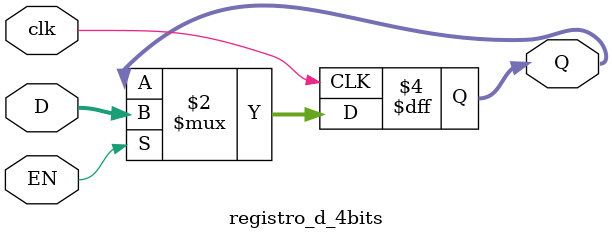
<source format=v>
module registro_d_4bits (
    input wire clk,             // Reloj
    input wire EN,              // Habilitador
    input wire [3:0] D,         // Entrada de datos
    output reg [3:0] Q          // Salida
);

always @(posedge clk) begin
    if (EN) begin
        Q <= D; // Solo carga cuando EN está en alto
    end
end

endmodule

</source>
